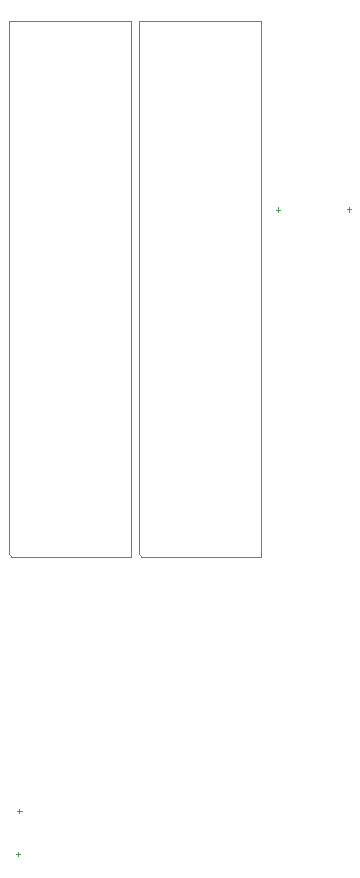
<source format=gm1>
G04 Layer_Color=16711935*
%FSLAX25Y25*%
%MOIN*%
G70*
G01*
G75*
%ADD74C,0.00394*%
D74*
X95866Y270276D02*
X97441D01*
X96654Y269488D02*
Y271063D01*
X10039Y54725D02*
Y56299D01*
X9252Y55512D02*
X10827D01*
X10433Y69095D02*
Y70669D01*
X9646Y69882D02*
X11220D01*
X119587Y270473D02*
X121161D01*
X120374Y269685D02*
Y271260D01*
X7059Y155595D02*
X8059Y154595D01*
X7059Y155595D02*
Y333095D01*
X47559D01*
Y154595D02*
Y333095D01*
X7559Y154595D02*
X47559D01*
X50366Y155595D02*
X51366Y154595D01*
X50366Y155595D02*
Y333095D01*
X90866D01*
Y154595D02*
Y333095D01*
X50866Y154595D02*
X90866D01*
M02*

</source>
